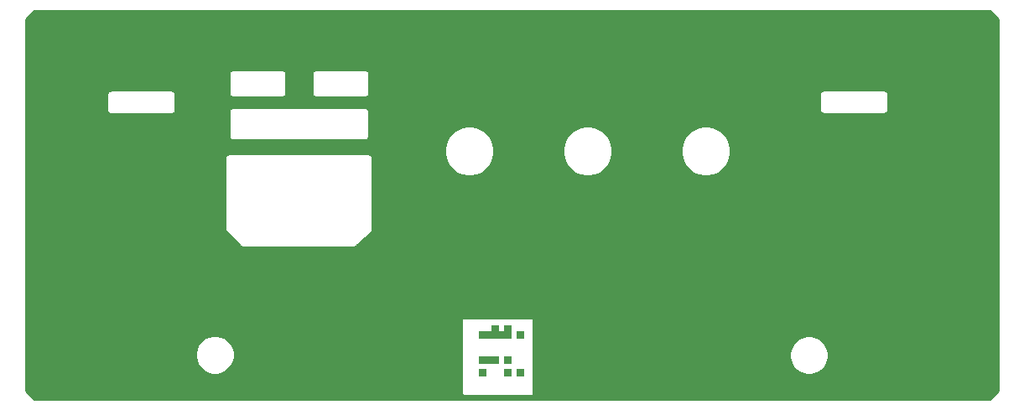
<source format=gbr>
%TF.GenerationSoftware,KiCad,Pcbnew,(5.1.12)-1*%
%TF.CreationDate,2021-12-10T07:52:41+00:00*%
%TF.ProjectId,RGBtoHDMI Amiga Denise CPLD FFC - CDTV Video Slot - Face Plate,52474274-6f48-4444-9d49-20416d696761,1*%
%TF.SameCoordinates,Original*%
%TF.FileFunction,Copper,L1,Top*%
%TF.FilePolarity,Positive*%
%FSLAX46Y46*%
G04 Gerber Fmt 4.6, Leading zero omitted, Abs format (unit mm)*
G04 Created by KiCad (PCBNEW (5.1.12)-1) date 2021-12-10 07:52:41*
%MOMM*%
%LPD*%
G01*
G04 APERTURE LIST*
%TA.AperFunction,EtchedComponent*%
%ADD10C,0.100000*%
%TD*%
%TA.AperFunction,NonConductor*%
%ADD11C,0.254000*%
%TD*%
%TA.AperFunction,NonConductor*%
%ADD12C,0.100000*%
%TD*%
G04 APERTURE END LIST*
D10*
%TO.C,solarmon*%
G36*
X120650000Y-93395800D02*
G01*
X120015000Y-93395800D01*
X120015000Y-92760800D01*
X120650000Y-92760800D01*
X120650000Y-93395800D01*
G37*
X120650000Y-93395800D02*
X120015000Y-93395800D01*
X120015000Y-92760800D01*
X120650000Y-92760800D01*
X120650000Y-93395800D01*
G36*
X120650000Y-97205800D02*
G01*
X120015000Y-97205800D01*
X120015000Y-96570800D01*
X120650000Y-96570800D01*
X120650000Y-97205800D01*
G37*
X120650000Y-97205800D02*
X120015000Y-97205800D01*
X120015000Y-96570800D01*
X120650000Y-96570800D01*
X120650000Y-97205800D01*
G36*
X119380000Y-92760800D02*
G01*
X118745000Y-92760800D01*
X118745000Y-92125800D01*
X119380000Y-92125800D01*
X119380000Y-92760800D01*
G37*
X119380000Y-92760800D02*
X118745000Y-92760800D01*
X118745000Y-92125800D01*
X119380000Y-92125800D01*
X119380000Y-92760800D01*
G36*
X119380000Y-93395800D02*
G01*
X118745000Y-93395800D01*
X118745000Y-92760800D01*
X119380000Y-92760800D01*
X119380000Y-93395800D01*
G37*
X119380000Y-93395800D02*
X118745000Y-93395800D01*
X118745000Y-92760800D01*
X119380000Y-92760800D01*
X119380000Y-93395800D01*
G36*
X118745000Y-93395800D02*
G01*
X118110000Y-93395800D01*
X118110000Y-92760800D01*
X118745000Y-92760800D01*
X118745000Y-93395800D01*
G37*
X118745000Y-93395800D02*
X118110000Y-93395800D01*
X118110000Y-92760800D01*
X118745000Y-92760800D01*
X118745000Y-93395800D01*
G36*
X118110000Y-93395800D02*
G01*
X117475000Y-93395800D01*
X117475000Y-92760800D01*
X118110000Y-92760800D01*
X118110000Y-93395800D01*
G37*
X118110000Y-93395800D02*
X117475000Y-93395800D01*
X117475000Y-92760800D01*
X118110000Y-92760800D01*
X118110000Y-93395800D01*
G36*
X118110000Y-92760800D02*
G01*
X117475000Y-92760800D01*
X117475000Y-92125800D01*
X118110000Y-92125800D01*
X118110000Y-92760800D01*
G37*
X118110000Y-92760800D02*
X117475000Y-92760800D01*
X117475000Y-92125800D01*
X118110000Y-92125800D01*
X118110000Y-92760800D01*
G36*
X117475000Y-93395800D02*
G01*
X116840000Y-93395800D01*
X116840000Y-92760800D01*
X117475000Y-92760800D01*
X117475000Y-93395800D01*
G37*
X117475000Y-93395800D02*
X116840000Y-93395800D01*
X116840000Y-92760800D01*
X117475000Y-92760800D01*
X117475000Y-93395800D01*
G36*
X116840000Y-93395800D02*
G01*
X116205000Y-93395800D01*
X116205000Y-92760800D01*
X116840000Y-92760800D01*
X116840000Y-93395800D01*
G37*
X116840000Y-93395800D02*
X116205000Y-93395800D01*
X116205000Y-92760800D01*
X116840000Y-92760800D01*
X116840000Y-93395800D01*
G36*
X116840000Y-95935800D02*
G01*
X116205000Y-95935800D01*
X116205000Y-95300800D01*
X116840000Y-95300800D01*
X116840000Y-95935800D01*
G37*
X116840000Y-95935800D02*
X116205000Y-95935800D01*
X116205000Y-95300800D01*
X116840000Y-95300800D01*
X116840000Y-95935800D01*
G36*
X117475000Y-95935800D02*
G01*
X116840000Y-95935800D01*
X116840000Y-95300800D01*
X117475000Y-95300800D01*
X117475000Y-95935800D01*
G37*
X117475000Y-95935800D02*
X116840000Y-95935800D01*
X116840000Y-95300800D01*
X117475000Y-95300800D01*
X117475000Y-95935800D01*
G36*
X118110000Y-95935800D02*
G01*
X117475000Y-95935800D01*
X117475000Y-95300800D01*
X118110000Y-95300800D01*
X118110000Y-95935800D01*
G37*
X118110000Y-95935800D02*
X117475000Y-95935800D01*
X117475000Y-95300800D01*
X118110000Y-95300800D01*
X118110000Y-95935800D01*
G36*
X119380000Y-95935800D02*
G01*
X118745000Y-95935800D01*
X118745000Y-95300800D01*
X119380000Y-95300800D01*
X119380000Y-95935800D01*
G37*
X119380000Y-95935800D02*
X118745000Y-95935800D01*
X118745000Y-95300800D01*
X119380000Y-95300800D01*
X119380000Y-95935800D01*
G36*
X119380000Y-97205800D02*
G01*
X118745000Y-97205800D01*
X118745000Y-96570800D01*
X119380000Y-96570800D01*
X119380000Y-97205800D01*
G37*
X119380000Y-97205800D02*
X118745000Y-97205800D01*
X118745000Y-96570800D01*
X119380000Y-96570800D01*
X119380000Y-97205800D01*
G36*
X116840000Y-97205800D02*
G01*
X116205000Y-97205800D01*
X116205000Y-96570800D01*
X116840000Y-96570800D01*
X116840000Y-97205800D01*
G37*
X116840000Y-97205800D02*
X116205000Y-97205800D01*
X116205000Y-96570800D01*
X116840000Y-96570800D01*
X116840000Y-97205800D01*
%TD*%
D11*
X168592900Y-61276461D02*
X168592901Y-98747990D01*
X167717240Y-99593800D01*
X71254209Y-99593800D01*
X70408400Y-98718140D01*
X70408400Y-94940589D01*
X87528600Y-94940589D01*
X87528600Y-95330811D01*
X87604729Y-95713536D01*
X87754061Y-96074055D01*
X87970857Y-96398514D01*
X88246786Y-96674443D01*
X88571245Y-96891239D01*
X88931764Y-97040571D01*
X89314489Y-97116700D01*
X89704711Y-97116700D01*
X90087436Y-97040571D01*
X90447955Y-96891239D01*
X90772414Y-96674443D01*
X91048343Y-96398514D01*
X91265139Y-96074055D01*
X91414471Y-95713536D01*
X91490600Y-95330811D01*
X91490600Y-94940589D01*
X91414471Y-94557864D01*
X91265139Y-94197345D01*
X91048343Y-93872886D01*
X90772414Y-93596957D01*
X90447955Y-93380161D01*
X90087436Y-93230829D01*
X89704711Y-93154700D01*
X89314489Y-93154700D01*
X88931764Y-93230829D01*
X88571245Y-93380161D01*
X88246786Y-93596957D01*
X87970857Y-93872886D01*
X87754061Y-94197345D01*
X87604729Y-94557864D01*
X87528600Y-94940589D01*
X70408400Y-94940589D01*
X70408400Y-91490800D01*
X114427000Y-91490800D01*
X114427000Y-99110800D01*
X114429440Y-99135576D01*
X114436667Y-99159401D01*
X114448403Y-99181357D01*
X114464197Y-99200603D01*
X114483443Y-99216397D01*
X114505399Y-99228133D01*
X114529224Y-99235360D01*
X114554000Y-99237800D01*
X121539000Y-99237800D01*
X121563776Y-99235360D01*
X121587601Y-99228133D01*
X121609557Y-99216397D01*
X121628803Y-99200603D01*
X121644597Y-99181357D01*
X121656333Y-99159401D01*
X121663560Y-99135576D01*
X121666000Y-99110800D01*
X121666000Y-94978689D01*
X147498000Y-94978689D01*
X147498000Y-95368911D01*
X147574129Y-95751636D01*
X147723461Y-96112155D01*
X147940257Y-96436614D01*
X148216186Y-96712543D01*
X148540645Y-96929339D01*
X148901164Y-97078671D01*
X149283889Y-97154800D01*
X149674111Y-97154800D01*
X150056836Y-97078671D01*
X150417355Y-96929339D01*
X150741814Y-96712543D01*
X151017743Y-96436614D01*
X151234539Y-96112155D01*
X151383871Y-95751636D01*
X151460000Y-95368911D01*
X151460000Y-94978689D01*
X151383871Y-94595964D01*
X151234539Y-94235445D01*
X151017743Y-93910986D01*
X150741814Y-93635057D01*
X150417355Y-93418261D01*
X150056836Y-93268929D01*
X149674111Y-93192800D01*
X149283889Y-93192800D01*
X148901164Y-93268929D01*
X148540645Y-93418261D01*
X148216186Y-93635057D01*
X147940257Y-93910986D01*
X147723461Y-94235445D01*
X147574129Y-94595964D01*
X147498000Y-94978689D01*
X121666000Y-94978689D01*
X121666000Y-91490800D01*
X121663560Y-91466024D01*
X121656333Y-91442199D01*
X121644597Y-91420243D01*
X121628803Y-91400997D01*
X121609557Y-91385203D01*
X121587601Y-91373467D01*
X121563776Y-91366240D01*
X121539000Y-91363800D01*
X114554000Y-91363800D01*
X114529224Y-91366240D01*
X114505399Y-91373467D01*
X114483443Y-91385203D01*
X114464197Y-91400997D01*
X114448403Y-91420243D01*
X114436667Y-91442199D01*
X114429440Y-91466024D01*
X114427000Y-91490800D01*
X70408400Y-91490800D01*
X70408400Y-75234800D01*
X90524036Y-75234800D01*
X90526001Y-75254751D01*
X90526000Y-82453867D01*
X90524037Y-82473800D01*
X90526000Y-82493733D01*
X90526000Y-82493740D01*
X90531875Y-82553389D01*
X90555090Y-82629920D01*
X90592790Y-82700452D01*
X90643526Y-82762274D01*
X90659024Y-82774993D01*
X92027816Y-84143786D01*
X92040526Y-84159274D01*
X92102347Y-84210010D01*
X92172879Y-84247710D01*
X92226194Y-84263883D01*
X92249409Y-84270925D01*
X92256904Y-84271663D01*
X92309059Y-84276800D01*
X92309066Y-84276800D01*
X92328999Y-84278763D01*
X92348932Y-84276800D01*
X103476212Y-84276800D01*
X103487280Y-84278378D01*
X103516095Y-84276800D01*
X103524941Y-84276800D01*
X103536018Y-84275709D01*
X103567134Y-84274005D01*
X103575746Y-84271796D01*
X103584590Y-84270925D01*
X103614417Y-84261877D01*
X103644602Y-84254135D01*
X103652612Y-84250291D01*
X103661121Y-84247710D01*
X103688626Y-84233008D01*
X103716704Y-84219534D01*
X103723807Y-84214204D01*
X103731653Y-84210010D01*
X103755758Y-84190227D01*
X103764644Y-84183559D01*
X103771150Y-84177595D01*
X103793474Y-84159274D01*
X103800573Y-84150624D01*
X105295162Y-82780586D01*
X105317474Y-82762274D01*
X105337243Y-82738186D01*
X105358044Y-82714974D01*
X105362570Y-82707325D01*
X105368210Y-82700453D01*
X105382903Y-82672965D01*
X105398772Y-82646147D01*
X105401719Y-82637762D01*
X105405910Y-82629921D01*
X105414958Y-82600095D01*
X105425290Y-82570696D01*
X105426544Y-82561897D01*
X105429125Y-82553390D01*
X105432181Y-82522361D01*
X105436578Y-82491521D01*
X105435000Y-82462712D01*
X105435000Y-75254741D01*
X105436964Y-75234800D01*
X105429125Y-75155210D01*
X105405910Y-75078679D01*
X105368210Y-75008147D01*
X105317474Y-74946326D01*
X105255653Y-74895590D01*
X105185121Y-74857890D01*
X105108590Y-74834675D01*
X105048941Y-74828800D01*
X105048940Y-74828800D01*
X105029000Y-74826836D01*
X105009059Y-74828800D01*
X90951941Y-74828800D01*
X90932000Y-74826836D01*
X90912060Y-74828800D01*
X90912059Y-74828800D01*
X90852410Y-74834675D01*
X90775879Y-74857890D01*
X90705347Y-74895590D01*
X90643526Y-74946326D01*
X90592790Y-75008147D01*
X90555090Y-75078679D01*
X90531875Y-75155210D01*
X90524036Y-75234800D01*
X70408400Y-75234800D01*
X70408400Y-74299718D01*
X112658000Y-74299718D01*
X112658000Y-74798282D01*
X112755265Y-75287265D01*
X112946057Y-75747878D01*
X113223044Y-76162418D01*
X113575582Y-76514956D01*
X113990122Y-76791943D01*
X114450735Y-76982735D01*
X114939718Y-77080000D01*
X115438282Y-77080000D01*
X115927265Y-76982735D01*
X116387878Y-76791943D01*
X116802418Y-76514956D01*
X117154956Y-76162418D01*
X117431943Y-75747878D01*
X117622735Y-75287265D01*
X117720000Y-74798282D01*
X117720000Y-74299718D01*
X124596000Y-74299718D01*
X124596000Y-74798282D01*
X124693265Y-75287265D01*
X124884057Y-75747878D01*
X125161044Y-76162418D01*
X125513582Y-76514956D01*
X125928122Y-76791943D01*
X126388735Y-76982735D01*
X126877718Y-77080000D01*
X127376282Y-77080000D01*
X127865265Y-76982735D01*
X128325878Y-76791943D01*
X128740418Y-76514956D01*
X129092956Y-76162418D01*
X129369943Y-75747878D01*
X129560735Y-75287265D01*
X129658000Y-74798282D01*
X129658000Y-74299718D01*
X136534000Y-74299718D01*
X136534000Y-74798282D01*
X136631265Y-75287265D01*
X136822057Y-75747878D01*
X137099044Y-76162418D01*
X137451582Y-76514956D01*
X137866122Y-76791943D01*
X138326735Y-76982735D01*
X138815718Y-77080000D01*
X139314282Y-77080000D01*
X139803265Y-76982735D01*
X140263878Y-76791943D01*
X140678418Y-76514956D01*
X141030956Y-76162418D01*
X141307943Y-75747878D01*
X141498735Y-75287265D01*
X141596000Y-74798282D01*
X141596000Y-74299718D01*
X141498735Y-73810735D01*
X141307943Y-73350122D01*
X141030956Y-72935582D01*
X140678418Y-72583044D01*
X140263878Y-72306057D01*
X139803265Y-72115265D01*
X139314282Y-72018000D01*
X138815718Y-72018000D01*
X138326735Y-72115265D01*
X137866122Y-72306057D01*
X137451582Y-72583044D01*
X137099044Y-72935582D01*
X136822057Y-73350122D01*
X136631265Y-73810735D01*
X136534000Y-74299718D01*
X129658000Y-74299718D01*
X129560735Y-73810735D01*
X129369943Y-73350122D01*
X129092956Y-72935582D01*
X128740418Y-72583044D01*
X128325878Y-72306057D01*
X127865265Y-72115265D01*
X127376282Y-72018000D01*
X126877718Y-72018000D01*
X126388735Y-72115265D01*
X125928122Y-72306057D01*
X125513582Y-72583044D01*
X125161044Y-72935582D01*
X124884057Y-73350122D01*
X124693265Y-73810735D01*
X124596000Y-74299718D01*
X117720000Y-74299718D01*
X117622735Y-73810735D01*
X117431943Y-73350122D01*
X117154956Y-72935582D01*
X116802418Y-72583044D01*
X116387878Y-72306057D01*
X115927265Y-72115265D01*
X115438282Y-72018000D01*
X114939718Y-72018000D01*
X114450735Y-72115265D01*
X113990122Y-72306057D01*
X113575582Y-72583044D01*
X113223044Y-72935582D01*
X112946057Y-73350122D01*
X112755265Y-73810735D01*
X112658000Y-74299718D01*
X70408400Y-74299718D01*
X70408400Y-68808600D01*
X78586036Y-68808600D01*
X78588000Y-68828541D01*
X78588001Y-70388849D01*
X78586036Y-70408800D01*
X78593875Y-70488390D01*
X78617090Y-70564921D01*
X78654790Y-70635453D01*
X78705526Y-70697274D01*
X78767347Y-70748010D01*
X78837879Y-70785710D01*
X78914410Y-70808925D01*
X78974059Y-70814800D01*
X78974060Y-70814800D01*
X78994000Y-70816764D01*
X79013941Y-70814800D01*
X85120859Y-70814800D01*
X85140800Y-70816764D01*
X85160740Y-70814800D01*
X85160741Y-70814800D01*
X85220390Y-70808925D01*
X85296921Y-70785710D01*
X85367453Y-70748010D01*
X85429274Y-70697274D01*
X85480010Y-70635453D01*
X85517710Y-70564921D01*
X85526543Y-70535800D01*
X90905036Y-70535800D01*
X90907000Y-70555741D01*
X90907001Y-73055849D01*
X90905036Y-73075800D01*
X90912875Y-73155390D01*
X90936090Y-73231921D01*
X90973790Y-73302453D01*
X91024526Y-73364274D01*
X91086347Y-73415010D01*
X91156879Y-73452710D01*
X91233410Y-73475925D01*
X91293059Y-73481800D01*
X91293060Y-73481800D01*
X91313000Y-73483764D01*
X91332941Y-73481800D01*
X104628060Y-73481800D01*
X104648000Y-73483764D01*
X104727590Y-73475925D01*
X104804121Y-73452710D01*
X104874653Y-73415010D01*
X104936474Y-73364274D01*
X104987210Y-73302453D01*
X105024910Y-73231921D01*
X105048125Y-73155390D01*
X105054000Y-73095741D01*
X105055964Y-73075800D01*
X105054000Y-73055859D01*
X105054000Y-70555741D01*
X105055964Y-70535800D01*
X105048125Y-70456210D01*
X105024910Y-70379679D01*
X104987210Y-70309147D01*
X104936474Y-70247326D01*
X104874653Y-70196590D01*
X104804121Y-70158890D01*
X104727590Y-70135675D01*
X104667941Y-70129800D01*
X104667940Y-70129800D01*
X104648000Y-70127836D01*
X104628059Y-70129800D01*
X91332940Y-70129800D01*
X91313000Y-70127836D01*
X91293059Y-70129800D01*
X91233410Y-70135675D01*
X91156879Y-70158890D01*
X91086347Y-70196590D01*
X91024526Y-70247326D01*
X90973790Y-70309147D01*
X90936090Y-70379679D01*
X90912875Y-70456210D01*
X90905036Y-70535800D01*
X85526543Y-70535800D01*
X85540925Y-70488390D01*
X85548764Y-70408800D01*
X85546800Y-70388859D01*
X85546800Y-68828541D01*
X85548764Y-68808600D01*
X85540925Y-68729010D01*
X85517710Y-68652479D01*
X85480010Y-68581947D01*
X85429274Y-68520126D01*
X85367453Y-68469390D01*
X85296921Y-68431690D01*
X85220390Y-68408475D01*
X85160741Y-68402600D01*
X85140800Y-68400636D01*
X85120860Y-68402600D01*
X79013940Y-68402600D01*
X78994000Y-68400636D01*
X78974059Y-68402600D01*
X78914410Y-68408475D01*
X78837879Y-68431690D01*
X78767347Y-68469390D01*
X78705526Y-68520126D01*
X78654790Y-68581947D01*
X78617090Y-68652479D01*
X78593875Y-68729010D01*
X78586036Y-68808600D01*
X70408400Y-68808600D01*
X70408400Y-66725800D01*
X90917736Y-66725800D01*
X90919700Y-66745741D01*
X90919701Y-68712449D01*
X90917736Y-68732400D01*
X90925575Y-68811990D01*
X90948790Y-68888521D01*
X90986490Y-68959053D01*
X91037226Y-69020874D01*
X91099047Y-69071610D01*
X91169579Y-69109310D01*
X91246110Y-69132525D01*
X91305759Y-69138400D01*
X91305760Y-69138400D01*
X91325700Y-69140364D01*
X91345641Y-69138400D01*
X96296859Y-69138400D01*
X96316800Y-69140364D01*
X96336740Y-69138400D01*
X96336741Y-69138400D01*
X96396390Y-69132525D01*
X96472921Y-69109310D01*
X96543453Y-69071610D01*
X96605274Y-69020874D01*
X96656010Y-68959053D01*
X96693710Y-68888521D01*
X96716925Y-68811990D01*
X96724764Y-68732400D01*
X96722800Y-68712459D01*
X96722800Y-66745741D01*
X96723513Y-66738500D01*
X99287036Y-66738500D01*
X99289000Y-66758441D01*
X99289001Y-68725149D01*
X99287036Y-68745100D01*
X99294875Y-68824690D01*
X99318090Y-68901221D01*
X99355790Y-68971753D01*
X99406526Y-69033574D01*
X99468347Y-69084310D01*
X99538879Y-69122010D01*
X99615410Y-69145225D01*
X99675059Y-69151100D01*
X99675060Y-69151100D01*
X99695000Y-69153064D01*
X99714941Y-69151100D01*
X104678859Y-69151100D01*
X104698800Y-69153064D01*
X104718740Y-69151100D01*
X104718741Y-69151100D01*
X104778390Y-69145225D01*
X104854921Y-69122010D01*
X104925453Y-69084310D01*
X104987274Y-69033574D01*
X105038010Y-68971753D01*
X105075710Y-68901221D01*
X105098925Y-68824690D01*
X105101760Y-68795900D01*
X150518836Y-68795900D01*
X150520800Y-68815841D01*
X150520801Y-70376149D01*
X150518836Y-70396100D01*
X150526675Y-70475690D01*
X150549890Y-70552221D01*
X150587590Y-70622753D01*
X150638326Y-70684574D01*
X150700147Y-70735310D01*
X150770679Y-70773010D01*
X150847210Y-70796225D01*
X150906859Y-70802100D01*
X150906860Y-70802100D01*
X150926800Y-70804064D01*
X150946741Y-70802100D01*
X157066359Y-70802100D01*
X157086300Y-70804064D01*
X157106240Y-70802100D01*
X157106241Y-70802100D01*
X157165890Y-70796225D01*
X157242421Y-70773010D01*
X157312953Y-70735310D01*
X157374774Y-70684574D01*
X157425510Y-70622753D01*
X157463210Y-70552221D01*
X157486425Y-70475690D01*
X157494264Y-70396100D01*
X157492300Y-70376159D01*
X157492300Y-68815841D01*
X157494264Y-68795900D01*
X157486425Y-68716310D01*
X157463210Y-68639779D01*
X157425510Y-68569247D01*
X157374774Y-68507426D01*
X157312953Y-68456690D01*
X157242421Y-68418990D01*
X157165890Y-68395775D01*
X157106241Y-68389900D01*
X157086300Y-68387936D01*
X157066360Y-68389900D01*
X150946740Y-68389900D01*
X150926800Y-68387936D01*
X150906859Y-68389900D01*
X150847210Y-68395775D01*
X150770679Y-68418990D01*
X150700147Y-68456690D01*
X150638326Y-68507426D01*
X150587590Y-68569247D01*
X150549890Y-68639779D01*
X150526675Y-68716310D01*
X150518836Y-68795900D01*
X105101760Y-68795900D01*
X105106764Y-68745100D01*
X105104800Y-68725159D01*
X105104800Y-66758441D01*
X105106764Y-66738500D01*
X105098925Y-66658910D01*
X105075710Y-66582379D01*
X105038010Y-66511847D01*
X104987274Y-66450026D01*
X104925453Y-66399290D01*
X104854921Y-66361590D01*
X104778390Y-66338375D01*
X104718741Y-66332500D01*
X104698800Y-66330536D01*
X104678860Y-66332500D01*
X99714940Y-66332500D01*
X99695000Y-66330536D01*
X99675059Y-66332500D01*
X99615410Y-66338375D01*
X99538879Y-66361590D01*
X99468347Y-66399290D01*
X99406526Y-66450026D01*
X99355790Y-66511847D01*
X99318090Y-66582379D01*
X99294875Y-66658910D01*
X99287036Y-66738500D01*
X96723513Y-66738500D01*
X96724764Y-66725800D01*
X96716925Y-66646210D01*
X96693710Y-66569679D01*
X96656010Y-66499147D01*
X96605274Y-66437326D01*
X96543453Y-66386590D01*
X96472921Y-66348890D01*
X96396390Y-66325675D01*
X96336741Y-66319800D01*
X96316800Y-66317836D01*
X96296860Y-66319800D01*
X91345640Y-66319800D01*
X91325700Y-66317836D01*
X91305759Y-66319800D01*
X91246110Y-66325675D01*
X91169579Y-66348890D01*
X91099047Y-66386590D01*
X91037226Y-66437326D01*
X90986490Y-66499147D01*
X90948790Y-66569679D01*
X90925575Y-66646210D01*
X90917736Y-66725800D01*
X70408400Y-66725800D01*
X70408400Y-61259308D01*
X71284084Y-60413478D01*
X167747113Y-60400822D01*
X168592900Y-61276461D01*
%TA.AperFunction,NonConductor*%
D12*
G36*
X168592900Y-61276461D02*
G01*
X168592901Y-98747990D01*
X167717240Y-99593800D01*
X71254209Y-99593800D01*
X70408400Y-98718140D01*
X70408400Y-94940589D01*
X87528600Y-94940589D01*
X87528600Y-95330811D01*
X87604729Y-95713536D01*
X87754061Y-96074055D01*
X87970857Y-96398514D01*
X88246786Y-96674443D01*
X88571245Y-96891239D01*
X88931764Y-97040571D01*
X89314489Y-97116700D01*
X89704711Y-97116700D01*
X90087436Y-97040571D01*
X90447955Y-96891239D01*
X90772414Y-96674443D01*
X91048343Y-96398514D01*
X91265139Y-96074055D01*
X91414471Y-95713536D01*
X91490600Y-95330811D01*
X91490600Y-94940589D01*
X91414471Y-94557864D01*
X91265139Y-94197345D01*
X91048343Y-93872886D01*
X90772414Y-93596957D01*
X90447955Y-93380161D01*
X90087436Y-93230829D01*
X89704711Y-93154700D01*
X89314489Y-93154700D01*
X88931764Y-93230829D01*
X88571245Y-93380161D01*
X88246786Y-93596957D01*
X87970857Y-93872886D01*
X87754061Y-94197345D01*
X87604729Y-94557864D01*
X87528600Y-94940589D01*
X70408400Y-94940589D01*
X70408400Y-91490800D01*
X114427000Y-91490800D01*
X114427000Y-99110800D01*
X114429440Y-99135576D01*
X114436667Y-99159401D01*
X114448403Y-99181357D01*
X114464197Y-99200603D01*
X114483443Y-99216397D01*
X114505399Y-99228133D01*
X114529224Y-99235360D01*
X114554000Y-99237800D01*
X121539000Y-99237800D01*
X121563776Y-99235360D01*
X121587601Y-99228133D01*
X121609557Y-99216397D01*
X121628803Y-99200603D01*
X121644597Y-99181357D01*
X121656333Y-99159401D01*
X121663560Y-99135576D01*
X121666000Y-99110800D01*
X121666000Y-94978689D01*
X147498000Y-94978689D01*
X147498000Y-95368911D01*
X147574129Y-95751636D01*
X147723461Y-96112155D01*
X147940257Y-96436614D01*
X148216186Y-96712543D01*
X148540645Y-96929339D01*
X148901164Y-97078671D01*
X149283889Y-97154800D01*
X149674111Y-97154800D01*
X150056836Y-97078671D01*
X150417355Y-96929339D01*
X150741814Y-96712543D01*
X151017743Y-96436614D01*
X151234539Y-96112155D01*
X151383871Y-95751636D01*
X151460000Y-95368911D01*
X151460000Y-94978689D01*
X151383871Y-94595964D01*
X151234539Y-94235445D01*
X151017743Y-93910986D01*
X150741814Y-93635057D01*
X150417355Y-93418261D01*
X150056836Y-93268929D01*
X149674111Y-93192800D01*
X149283889Y-93192800D01*
X148901164Y-93268929D01*
X148540645Y-93418261D01*
X148216186Y-93635057D01*
X147940257Y-93910986D01*
X147723461Y-94235445D01*
X147574129Y-94595964D01*
X147498000Y-94978689D01*
X121666000Y-94978689D01*
X121666000Y-91490800D01*
X121663560Y-91466024D01*
X121656333Y-91442199D01*
X121644597Y-91420243D01*
X121628803Y-91400997D01*
X121609557Y-91385203D01*
X121587601Y-91373467D01*
X121563776Y-91366240D01*
X121539000Y-91363800D01*
X114554000Y-91363800D01*
X114529224Y-91366240D01*
X114505399Y-91373467D01*
X114483443Y-91385203D01*
X114464197Y-91400997D01*
X114448403Y-91420243D01*
X114436667Y-91442199D01*
X114429440Y-91466024D01*
X114427000Y-91490800D01*
X70408400Y-91490800D01*
X70408400Y-75234800D01*
X90524036Y-75234800D01*
X90526001Y-75254751D01*
X90526000Y-82453867D01*
X90524037Y-82473800D01*
X90526000Y-82493733D01*
X90526000Y-82493740D01*
X90531875Y-82553389D01*
X90555090Y-82629920D01*
X90592790Y-82700452D01*
X90643526Y-82762274D01*
X90659024Y-82774993D01*
X92027816Y-84143786D01*
X92040526Y-84159274D01*
X92102347Y-84210010D01*
X92172879Y-84247710D01*
X92226194Y-84263883D01*
X92249409Y-84270925D01*
X92256904Y-84271663D01*
X92309059Y-84276800D01*
X92309066Y-84276800D01*
X92328999Y-84278763D01*
X92348932Y-84276800D01*
X103476212Y-84276800D01*
X103487280Y-84278378D01*
X103516095Y-84276800D01*
X103524941Y-84276800D01*
X103536018Y-84275709D01*
X103567134Y-84274005D01*
X103575746Y-84271796D01*
X103584590Y-84270925D01*
X103614417Y-84261877D01*
X103644602Y-84254135D01*
X103652612Y-84250291D01*
X103661121Y-84247710D01*
X103688626Y-84233008D01*
X103716704Y-84219534D01*
X103723807Y-84214204D01*
X103731653Y-84210010D01*
X103755758Y-84190227D01*
X103764644Y-84183559D01*
X103771150Y-84177595D01*
X103793474Y-84159274D01*
X103800573Y-84150624D01*
X105295162Y-82780586D01*
X105317474Y-82762274D01*
X105337243Y-82738186D01*
X105358044Y-82714974D01*
X105362570Y-82707325D01*
X105368210Y-82700453D01*
X105382903Y-82672965D01*
X105398772Y-82646147D01*
X105401719Y-82637762D01*
X105405910Y-82629921D01*
X105414958Y-82600095D01*
X105425290Y-82570696D01*
X105426544Y-82561897D01*
X105429125Y-82553390D01*
X105432181Y-82522361D01*
X105436578Y-82491521D01*
X105435000Y-82462712D01*
X105435000Y-75254741D01*
X105436964Y-75234800D01*
X105429125Y-75155210D01*
X105405910Y-75078679D01*
X105368210Y-75008147D01*
X105317474Y-74946326D01*
X105255653Y-74895590D01*
X105185121Y-74857890D01*
X105108590Y-74834675D01*
X105048941Y-74828800D01*
X105048940Y-74828800D01*
X105029000Y-74826836D01*
X105009059Y-74828800D01*
X90951941Y-74828800D01*
X90932000Y-74826836D01*
X90912060Y-74828800D01*
X90912059Y-74828800D01*
X90852410Y-74834675D01*
X90775879Y-74857890D01*
X90705347Y-74895590D01*
X90643526Y-74946326D01*
X90592790Y-75008147D01*
X90555090Y-75078679D01*
X90531875Y-75155210D01*
X90524036Y-75234800D01*
X70408400Y-75234800D01*
X70408400Y-74299718D01*
X112658000Y-74299718D01*
X112658000Y-74798282D01*
X112755265Y-75287265D01*
X112946057Y-75747878D01*
X113223044Y-76162418D01*
X113575582Y-76514956D01*
X113990122Y-76791943D01*
X114450735Y-76982735D01*
X114939718Y-77080000D01*
X115438282Y-77080000D01*
X115927265Y-76982735D01*
X116387878Y-76791943D01*
X116802418Y-76514956D01*
X117154956Y-76162418D01*
X117431943Y-75747878D01*
X117622735Y-75287265D01*
X117720000Y-74798282D01*
X117720000Y-74299718D01*
X124596000Y-74299718D01*
X124596000Y-74798282D01*
X124693265Y-75287265D01*
X124884057Y-75747878D01*
X125161044Y-76162418D01*
X125513582Y-76514956D01*
X125928122Y-76791943D01*
X126388735Y-76982735D01*
X126877718Y-77080000D01*
X127376282Y-77080000D01*
X127865265Y-76982735D01*
X128325878Y-76791943D01*
X128740418Y-76514956D01*
X129092956Y-76162418D01*
X129369943Y-75747878D01*
X129560735Y-75287265D01*
X129658000Y-74798282D01*
X129658000Y-74299718D01*
X136534000Y-74299718D01*
X136534000Y-74798282D01*
X136631265Y-75287265D01*
X136822057Y-75747878D01*
X137099044Y-76162418D01*
X137451582Y-76514956D01*
X137866122Y-76791943D01*
X138326735Y-76982735D01*
X138815718Y-77080000D01*
X139314282Y-77080000D01*
X139803265Y-76982735D01*
X140263878Y-76791943D01*
X140678418Y-76514956D01*
X141030956Y-76162418D01*
X141307943Y-75747878D01*
X141498735Y-75287265D01*
X141596000Y-74798282D01*
X141596000Y-74299718D01*
X141498735Y-73810735D01*
X141307943Y-73350122D01*
X141030956Y-72935582D01*
X140678418Y-72583044D01*
X140263878Y-72306057D01*
X139803265Y-72115265D01*
X139314282Y-72018000D01*
X138815718Y-72018000D01*
X138326735Y-72115265D01*
X137866122Y-72306057D01*
X137451582Y-72583044D01*
X137099044Y-72935582D01*
X136822057Y-73350122D01*
X136631265Y-73810735D01*
X136534000Y-74299718D01*
X129658000Y-74299718D01*
X129560735Y-73810735D01*
X129369943Y-73350122D01*
X129092956Y-72935582D01*
X128740418Y-72583044D01*
X128325878Y-72306057D01*
X127865265Y-72115265D01*
X127376282Y-72018000D01*
X126877718Y-72018000D01*
X126388735Y-72115265D01*
X125928122Y-72306057D01*
X125513582Y-72583044D01*
X125161044Y-72935582D01*
X124884057Y-73350122D01*
X124693265Y-73810735D01*
X124596000Y-74299718D01*
X117720000Y-74299718D01*
X117622735Y-73810735D01*
X117431943Y-73350122D01*
X117154956Y-72935582D01*
X116802418Y-72583044D01*
X116387878Y-72306057D01*
X115927265Y-72115265D01*
X115438282Y-72018000D01*
X114939718Y-72018000D01*
X114450735Y-72115265D01*
X113990122Y-72306057D01*
X113575582Y-72583044D01*
X113223044Y-72935582D01*
X112946057Y-73350122D01*
X112755265Y-73810735D01*
X112658000Y-74299718D01*
X70408400Y-74299718D01*
X70408400Y-68808600D01*
X78586036Y-68808600D01*
X78588000Y-68828541D01*
X78588001Y-70388849D01*
X78586036Y-70408800D01*
X78593875Y-70488390D01*
X78617090Y-70564921D01*
X78654790Y-70635453D01*
X78705526Y-70697274D01*
X78767347Y-70748010D01*
X78837879Y-70785710D01*
X78914410Y-70808925D01*
X78974059Y-70814800D01*
X78974060Y-70814800D01*
X78994000Y-70816764D01*
X79013941Y-70814800D01*
X85120859Y-70814800D01*
X85140800Y-70816764D01*
X85160740Y-70814800D01*
X85160741Y-70814800D01*
X85220390Y-70808925D01*
X85296921Y-70785710D01*
X85367453Y-70748010D01*
X85429274Y-70697274D01*
X85480010Y-70635453D01*
X85517710Y-70564921D01*
X85526543Y-70535800D01*
X90905036Y-70535800D01*
X90907000Y-70555741D01*
X90907001Y-73055849D01*
X90905036Y-73075800D01*
X90912875Y-73155390D01*
X90936090Y-73231921D01*
X90973790Y-73302453D01*
X91024526Y-73364274D01*
X91086347Y-73415010D01*
X91156879Y-73452710D01*
X91233410Y-73475925D01*
X91293059Y-73481800D01*
X91293060Y-73481800D01*
X91313000Y-73483764D01*
X91332941Y-73481800D01*
X104628060Y-73481800D01*
X104648000Y-73483764D01*
X104727590Y-73475925D01*
X104804121Y-73452710D01*
X104874653Y-73415010D01*
X104936474Y-73364274D01*
X104987210Y-73302453D01*
X105024910Y-73231921D01*
X105048125Y-73155390D01*
X105054000Y-73095741D01*
X105055964Y-73075800D01*
X105054000Y-73055859D01*
X105054000Y-70555741D01*
X105055964Y-70535800D01*
X105048125Y-70456210D01*
X105024910Y-70379679D01*
X104987210Y-70309147D01*
X104936474Y-70247326D01*
X104874653Y-70196590D01*
X104804121Y-70158890D01*
X104727590Y-70135675D01*
X104667941Y-70129800D01*
X104667940Y-70129800D01*
X104648000Y-70127836D01*
X104628059Y-70129800D01*
X91332940Y-70129800D01*
X91313000Y-70127836D01*
X91293059Y-70129800D01*
X91233410Y-70135675D01*
X91156879Y-70158890D01*
X91086347Y-70196590D01*
X91024526Y-70247326D01*
X90973790Y-70309147D01*
X90936090Y-70379679D01*
X90912875Y-70456210D01*
X90905036Y-70535800D01*
X85526543Y-70535800D01*
X85540925Y-70488390D01*
X85548764Y-70408800D01*
X85546800Y-70388859D01*
X85546800Y-68828541D01*
X85548764Y-68808600D01*
X85540925Y-68729010D01*
X85517710Y-68652479D01*
X85480010Y-68581947D01*
X85429274Y-68520126D01*
X85367453Y-68469390D01*
X85296921Y-68431690D01*
X85220390Y-68408475D01*
X85160741Y-68402600D01*
X85140800Y-68400636D01*
X85120860Y-68402600D01*
X79013940Y-68402600D01*
X78994000Y-68400636D01*
X78974059Y-68402600D01*
X78914410Y-68408475D01*
X78837879Y-68431690D01*
X78767347Y-68469390D01*
X78705526Y-68520126D01*
X78654790Y-68581947D01*
X78617090Y-68652479D01*
X78593875Y-68729010D01*
X78586036Y-68808600D01*
X70408400Y-68808600D01*
X70408400Y-66725800D01*
X90917736Y-66725800D01*
X90919700Y-66745741D01*
X90919701Y-68712449D01*
X90917736Y-68732400D01*
X90925575Y-68811990D01*
X90948790Y-68888521D01*
X90986490Y-68959053D01*
X91037226Y-69020874D01*
X91099047Y-69071610D01*
X91169579Y-69109310D01*
X91246110Y-69132525D01*
X91305759Y-69138400D01*
X91305760Y-69138400D01*
X91325700Y-69140364D01*
X91345641Y-69138400D01*
X96296859Y-69138400D01*
X96316800Y-69140364D01*
X96336740Y-69138400D01*
X96336741Y-69138400D01*
X96396390Y-69132525D01*
X96472921Y-69109310D01*
X96543453Y-69071610D01*
X96605274Y-69020874D01*
X96656010Y-68959053D01*
X96693710Y-68888521D01*
X96716925Y-68811990D01*
X96724764Y-68732400D01*
X96722800Y-68712459D01*
X96722800Y-66745741D01*
X96723513Y-66738500D01*
X99287036Y-66738500D01*
X99289000Y-66758441D01*
X99289001Y-68725149D01*
X99287036Y-68745100D01*
X99294875Y-68824690D01*
X99318090Y-68901221D01*
X99355790Y-68971753D01*
X99406526Y-69033574D01*
X99468347Y-69084310D01*
X99538879Y-69122010D01*
X99615410Y-69145225D01*
X99675059Y-69151100D01*
X99675060Y-69151100D01*
X99695000Y-69153064D01*
X99714941Y-69151100D01*
X104678859Y-69151100D01*
X104698800Y-69153064D01*
X104718740Y-69151100D01*
X104718741Y-69151100D01*
X104778390Y-69145225D01*
X104854921Y-69122010D01*
X104925453Y-69084310D01*
X104987274Y-69033574D01*
X105038010Y-68971753D01*
X105075710Y-68901221D01*
X105098925Y-68824690D01*
X105101760Y-68795900D01*
X150518836Y-68795900D01*
X150520800Y-68815841D01*
X150520801Y-70376149D01*
X150518836Y-70396100D01*
X150526675Y-70475690D01*
X150549890Y-70552221D01*
X150587590Y-70622753D01*
X150638326Y-70684574D01*
X150700147Y-70735310D01*
X150770679Y-70773010D01*
X150847210Y-70796225D01*
X150906859Y-70802100D01*
X150906860Y-70802100D01*
X150926800Y-70804064D01*
X150946741Y-70802100D01*
X157066359Y-70802100D01*
X157086300Y-70804064D01*
X157106240Y-70802100D01*
X157106241Y-70802100D01*
X157165890Y-70796225D01*
X157242421Y-70773010D01*
X157312953Y-70735310D01*
X157374774Y-70684574D01*
X157425510Y-70622753D01*
X157463210Y-70552221D01*
X157486425Y-70475690D01*
X157494264Y-70396100D01*
X157492300Y-70376159D01*
X157492300Y-68815841D01*
X157494264Y-68795900D01*
X157486425Y-68716310D01*
X157463210Y-68639779D01*
X157425510Y-68569247D01*
X157374774Y-68507426D01*
X157312953Y-68456690D01*
X157242421Y-68418990D01*
X157165890Y-68395775D01*
X157106241Y-68389900D01*
X157086300Y-68387936D01*
X157066360Y-68389900D01*
X150946740Y-68389900D01*
X150926800Y-68387936D01*
X150906859Y-68389900D01*
X150847210Y-68395775D01*
X150770679Y-68418990D01*
X150700147Y-68456690D01*
X150638326Y-68507426D01*
X150587590Y-68569247D01*
X150549890Y-68639779D01*
X150526675Y-68716310D01*
X150518836Y-68795900D01*
X105101760Y-68795900D01*
X105106764Y-68745100D01*
X105104800Y-68725159D01*
X105104800Y-66758441D01*
X105106764Y-66738500D01*
X105098925Y-66658910D01*
X105075710Y-66582379D01*
X105038010Y-66511847D01*
X104987274Y-66450026D01*
X104925453Y-66399290D01*
X104854921Y-66361590D01*
X104778390Y-66338375D01*
X104718741Y-66332500D01*
X104698800Y-66330536D01*
X104678860Y-66332500D01*
X99714940Y-66332500D01*
X99695000Y-66330536D01*
X99675059Y-66332500D01*
X99615410Y-66338375D01*
X99538879Y-66361590D01*
X99468347Y-66399290D01*
X99406526Y-66450026D01*
X99355790Y-66511847D01*
X99318090Y-66582379D01*
X99294875Y-66658910D01*
X99287036Y-66738500D01*
X96723513Y-66738500D01*
X96724764Y-66725800D01*
X96716925Y-66646210D01*
X96693710Y-66569679D01*
X96656010Y-66499147D01*
X96605274Y-66437326D01*
X96543453Y-66386590D01*
X96472921Y-66348890D01*
X96396390Y-66325675D01*
X96336741Y-66319800D01*
X96316800Y-66317836D01*
X96296860Y-66319800D01*
X91345640Y-66319800D01*
X91325700Y-66317836D01*
X91305759Y-66319800D01*
X91246110Y-66325675D01*
X91169579Y-66348890D01*
X91099047Y-66386590D01*
X91037226Y-66437326D01*
X90986490Y-66499147D01*
X90948790Y-66569679D01*
X90925575Y-66646210D01*
X90917736Y-66725800D01*
X70408400Y-66725800D01*
X70408400Y-61259308D01*
X71284084Y-60413478D01*
X167747113Y-60400822D01*
X168592900Y-61276461D01*
G37*
%TD.AperFunction*%
M02*

</source>
